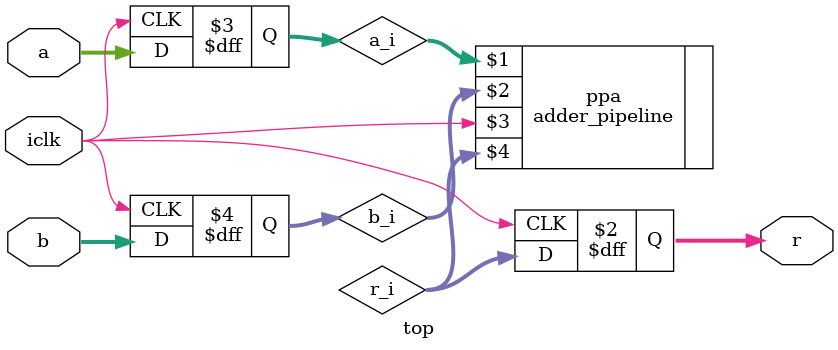
<source format=v>
`timescale 1ns / 1ps


module top
#( parameter C_OPERAND_WIDTH = 64)
(
    input [C_OPERAND_WIDTH - 1 : 0] a, b,
    input iclk,
    output reg [C_OPERAND_WIDTH : 0] r
);
wire [C_OPERAND_WIDTH : 0] r_i;
reg [C_OPERAND_WIDTH - 1 : 0] a_i, b_i;

always @(posedge iclk)
begin
  a_i <= a;
  b_i <= b;
  r <= r_i;

end

    adder_pipeline #(64) ppa(a_i, b_i, iclk, r_i ) ;


endmodule

</source>
